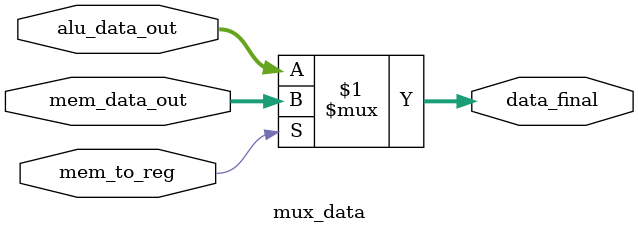
<source format=sv>
module mux_data #(parameter width = 32) (mem_data_out,alu_data_out,mem_to_reg,data_final);

input [width-1:0] mem_data_out;
input [width-1:0] alu_data_out;
input mem_to_reg;
output reg [width-1:0] data_final;

assign data_final=mem_to_reg?mem_data_out:alu_data_out;
endmodule

</source>
